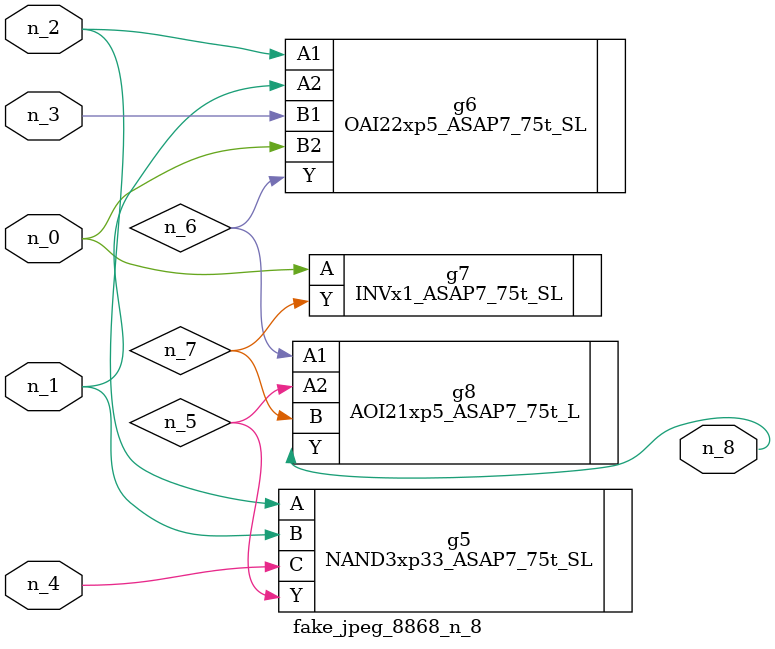
<source format=v>
module fake_jpeg_8868_n_8 (n_3, n_2, n_1, n_0, n_4, n_8);

input n_3;
input n_2;
input n_1;
input n_0;
input n_4;

output n_8;

wire n_6;
wire n_5;
wire n_7;

NAND3xp33_ASAP7_75t_SL g5 ( 
.A(n_2),
.B(n_1),
.C(n_4),
.Y(n_5)
);

OAI22xp5_ASAP7_75t_SL g6 ( 
.A1(n_2),
.A2(n_1),
.B1(n_3),
.B2(n_0),
.Y(n_6)
);

INVx1_ASAP7_75t_SL g7 ( 
.A(n_0),
.Y(n_7)
);

AOI21xp5_ASAP7_75t_L g8 ( 
.A1(n_6),
.A2(n_5),
.B(n_7),
.Y(n_8)
);


endmodule
</source>
